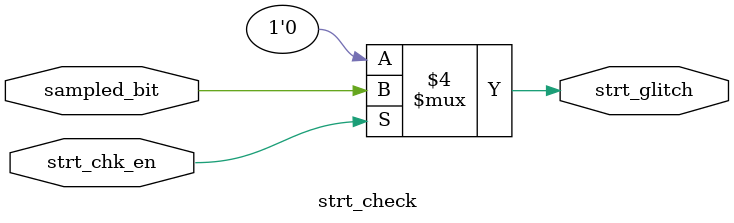
<source format=v>

/*
// Module: strt_check.v
// Description: Start bit Check using verilog code 
// Owner : Mohamed Ayman Elsayed 
// Date : 21 Sep 2022
*/


module strt_check (

    // ---------------- input & output ports -----------------
    
    input   wire                    strt_chk_en,
    input   wire                    sampled_bit,
    output  reg                     strt_glitch

);

    // --------------- parameters & integers -----------------

    parameter start_bit = 1'b0 ;

    // --------------- Checking Start bit ------------------

    always @(*)
    
        begin
            if ( strt_chk_en )
                begin
                    strt_glitch = start_bit ^ sampled_bit ;
                end
            else
                begin
                    strt_glitch = 'b0;
                end
        end

endmodule
</source>
